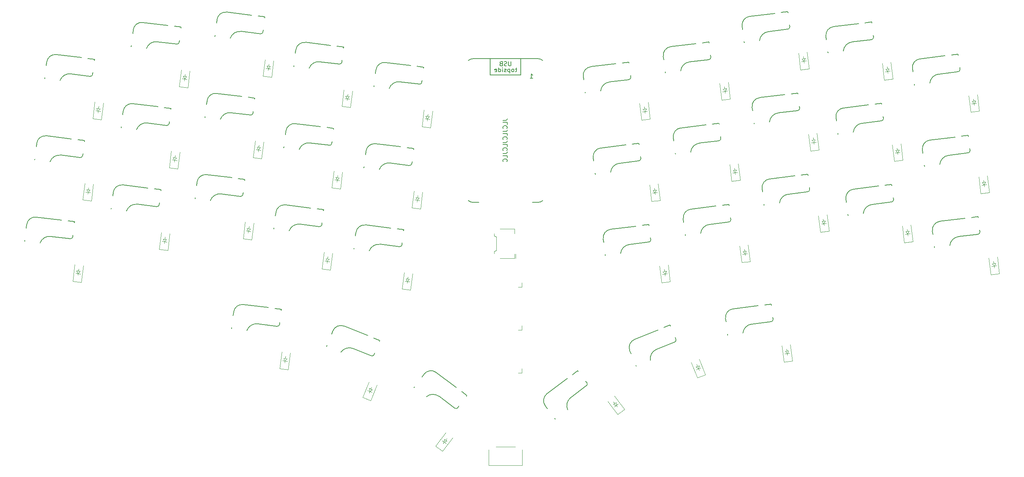
<source format=gbr>
%TF.GenerationSoftware,KiCad,Pcbnew,7.0.10-7.0.10~ubuntu22.04.1*%
%TF.CreationDate,2024-01-12T22:57:13+01:00*%
%TF.ProjectId,fatboy,66617462-6f79-42e6-9b69-6361645f7063,rev?*%
%TF.SameCoordinates,Original*%
%TF.FileFunction,Legend,Bot*%
%TF.FilePolarity,Positive*%
%FSLAX46Y46*%
G04 Gerber Fmt 4.6, Leading zero omitted, Abs format (unit mm)*
G04 Created by KiCad (PCBNEW 7.0.10-7.0.10~ubuntu22.04.1) date 2024-01-12 22:57:13*
%MOMM*%
%LPD*%
G01*
G04 APERTURE LIST*
%ADD10C,0.150000*%
%ADD11C,0.120000*%
G04 APERTURE END LIST*
D10*
X195129819Y-114830951D02*
X195844104Y-114830951D01*
X195844104Y-114830951D02*
X195986961Y-114783332D01*
X195986961Y-114783332D02*
X196082200Y-114688094D01*
X196082200Y-114688094D02*
X196129819Y-114545237D01*
X196129819Y-114545237D02*
X196129819Y-114449999D01*
X196129819Y-115783332D02*
X196129819Y-115307142D01*
X196129819Y-115307142D02*
X195129819Y-115307142D01*
X196034580Y-116688094D02*
X196082200Y-116640475D01*
X196082200Y-116640475D02*
X196129819Y-116497618D01*
X196129819Y-116497618D02*
X196129819Y-116402380D01*
X196129819Y-116402380D02*
X196082200Y-116259523D01*
X196082200Y-116259523D02*
X195986961Y-116164285D01*
X195986961Y-116164285D02*
X195891723Y-116116666D01*
X195891723Y-116116666D02*
X195701247Y-116069047D01*
X195701247Y-116069047D02*
X195558390Y-116069047D01*
X195558390Y-116069047D02*
X195367914Y-116116666D01*
X195367914Y-116116666D02*
X195272676Y-116164285D01*
X195272676Y-116164285D02*
X195177438Y-116259523D01*
X195177438Y-116259523D02*
X195129819Y-116402380D01*
X195129819Y-116402380D02*
X195129819Y-116497618D01*
X195129819Y-116497618D02*
X195177438Y-116640475D01*
X195177438Y-116640475D02*
X195225057Y-116688094D01*
X195129819Y-117402380D02*
X195844104Y-117402380D01*
X195844104Y-117402380D02*
X195986961Y-117354761D01*
X195986961Y-117354761D02*
X196082200Y-117259523D01*
X196082200Y-117259523D02*
X196129819Y-117116666D01*
X196129819Y-117116666D02*
X196129819Y-117021428D01*
X196129819Y-118354761D02*
X196129819Y-117878571D01*
X196129819Y-117878571D02*
X195129819Y-117878571D01*
X196034580Y-119259523D02*
X196082200Y-119211904D01*
X196082200Y-119211904D02*
X196129819Y-119069047D01*
X196129819Y-119069047D02*
X196129819Y-118973809D01*
X196129819Y-118973809D02*
X196082200Y-118830952D01*
X196082200Y-118830952D02*
X195986961Y-118735714D01*
X195986961Y-118735714D02*
X195891723Y-118688095D01*
X195891723Y-118688095D02*
X195701247Y-118640476D01*
X195701247Y-118640476D02*
X195558390Y-118640476D01*
X195558390Y-118640476D02*
X195367914Y-118688095D01*
X195367914Y-118688095D02*
X195272676Y-118735714D01*
X195272676Y-118735714D02*
X195177438Y-118830952D01*
X195177438Y-118830952D02*
X195129819Y-118973809D01*
X195129819Y-118973809D02*
X195129819Y-119069047D01*
X195129819Y-119069047D02*
X195177438Y-119211904D01*
X195177438Y-119211904D02*
X195225057Y-119259523D01*
X195129819Y-119973809D02*
X195844104Y-119973809D01*
X195844104Y-119973809D02*
X195986961Y-119926190D01*
X195986961Y-119926190D02*
X196082200Y-119830952D01*
X196082200Y-119830952D02*
X196129819Y-119688095D01*
X196129819Y-119688095D02*
X196129819Y-119592857D01*
X196129819Y-120926190D02*
X196129819Y-120450000D01*
X196129819Y-120450000D02*
X195129819Y-120450000D01*
X196034580Y-121830952D02*
X196082200Y-121783333D01*
X196082200Y-121783333D02*
X196129819Y-121640476D01*
X196129819Y-121640476D02*
X196129819Y-121545238D01*
X196129819Y-121545238D02*
X196082200Y-121402381D01*
X196082200Y-121402381D02*
X195986961Y-121307143D01*
X195986961Y-121307143D02*
X195891723Y-121259524D01*
X195891723Y-121259524D02*
X195701247Y-121211905D01*
X195701247Y-121211905D02*
X195558390Y-121211905D01*
X195558390Y-121211905D02*
X195367914Y-121259524D01*
X195367914Y-121259524D02*
X195272676Y-121307143D01*
X195272676Y-121307143D02*
X195177438Y-121402381D01*
X195177438Y-121402381D02*
X195129819Y-121545238D01*
X195129819Y-121545238D02*
X195129819Y-121640476D01*
X195129819Y-121640476D02*
X195177438Y-121783333D01*
X195177438Y-121783333D02*
X195225057Y-121830952D01*
X195129819Y-122545238D02*
X195844104Y-122545238D01*
X195844104Y-122545238D02*
X195986961Y-122497619D01*
X195986961Y-122497619D02*
X196082200Y-122402381D01*
X196082200Y-122402381D02*
X196129819Y-122259524D01*
X196129819Y-122259524D02*
X196129819Y-122164286D01*
X196129819Y-123497619D02*
X196129819Y-123021429D01*
X196129819Y-123021429D02*
X195129819Y-123021429D01*
X196034580Y-124402381D02*
X196082200Y-124354762D01*
X196082200Y-124354762D02*
X196129819Y-124211905D01*
X196129819Y-124211905D02*
X196129819Y-124116667D01*
X196129819Y-124116667D02*
X196082200Y-123973810D01*
X196082200Y-123973810D02*
X195986961Y-123878572D01*
X195986961Y-123878572D02*
X195891723Y-123830953D01*
X195891723Y-123830953D02*
X195701247Y-123783334D01*
X195701247Y-123783334D02*
X195558390Y-123783334D01*
X195558390Y-123783334D02*
X195367914Y-123830953D01*
X195367914Y-123830953D02*
X195272676Y-123878572D01*
X195272676Y-123878572D02*
X195177438Y-123973810D01*
X195177438Y-123973810D02*
X195129819Y-124116667D01*
X195129819Y-124116667D02*
X195129819Y-124211905D01*
X195129819Y-124211905D02*
X195177438Y-124354762D01*
X195177438Y-124354762D02*
X195225057Y-124402381D01*
X198375256Y-102865823D02*
X197994304Y-102865823D01*
X198232399Y-102532490D02*
X198232399Y-103389632D01*
X198232399Y-103389632D02*
X198184780Y-103484871D01*
X198184780Y-103484871D02*
X198089542Y-103532490D01*
X198089542Y-103532490D02*
X197994304Y-103532490D01*
X197518113Y-103532490D02*
X197613351Y-103484871D01*
X197613351Y-103484871D02*
X197660970Y-103437251D01*
X197660970Y-103437251D02*
X197708589Y-103342013D01*
X197708589Y-103342013D02*
X197708589Y-103056299D01*
X197708589Y-103056299D02*
X197660970Y-102961061D01*
X197660970Y-102961061D02*
X197613351Y-102913442D01*
X197613351Y-102913442D02*
X197518113Y-102865823D01*
X197518113Y-102865823D02*
X197375256Y-102865823D01*
X197375256Y-102865823D02*
X197280018Y-102913442D01*
X197280018Y-102913442D02*
X197232399Y-102961061D01*
X197232399Y-102961061D02*
X197184780Y-103056299D01*
X197184780Y-103056299D02*
X197184780Y-103342013D01*
X197184780Y-103342013D02*
X197232399Y-103437251D01*
X197232399Y-103437251D02*
X197280018Y-103484871D01*
X197280018Y-103484871D02*
X197375256Y-103532490D01*
X197375256Y-103532490D02*
X197518113Y-103532490D01*
X196756208Y-102865823D02*
X196756208Y-103865823D01*
X196756208Y-102913442D02*
X196660970Y-102865823D01*
X196660970Y-102865823D02*
X196470494Y-102865823D01*
X196470494Y-102865823D02*
X196375256Y-102913442D01*
X196375256Y-102913442D02*
X196327637Y-102961061D01*
X196327637Y-102961061D02*
X196280018Y-103056299D01*
X196280018Y-103056299D02*
X196280018Y-103342013D01*
X196280018Y-103342013D02*
X196327637Y-103437251D01*
X196327637Y-103437251D02*
X196375256Y-103484871D01*
X196375256Y-103484871D02*
X196470494Y-103532490D01*
X196470494Y-103532490D02*
X196660970Y-103532490D01*
X196660970Y-103532490D02*
X196756208Y-103484871D01*
X195899065Y-103484871D02*
X195803827Y-103532490D01*
X195803827Y-103532490D02*
X195613351Y-103532490D01*
X195613351Y-103532490D02*
X195518113Y-103484871D01*
X195518113Y-103484871D02*
X195470494Y-103389632D01*
X195470494Y-103389632D02*
X195470494Y-103342013D01*
X195470494Y-103342013D02*
X195518113Y-103246775D01*
X195518113Y-103246775D02*
X195613351Y-103199156D01*
X195613351Y-103199156D02*
X195756208Y-103199156D01*
X195756208Y-103199156D02*
X195851446Y-103151537D01*
X195851446Y-103151537D02*
X195899065Y-103056299D01*
X195899065Y-103056299D02*
X195899065Y-103008680D01*
X195899065Y-103008680D02*
X195851446Y-102913442D01*
X195851446Y-102913442D02*
X195756208Y-102865823D01*
X195756208Y-102865823D02*
X195613351Y-102865823D01*
X195613351Y-102865823D02*
X195518113Y-102913442D01*
X195041922Y-103532490D02*
X195041922Y-102865823D01*
X195041922Y-102532490D02*
X195089541Y-102580109D01*
X195089541Y-102580109D02*
X195041922Y-102627728D01*
X195041922Y-102627728D02*
X194994303Y-102580109D01*
X194994303Y-102580109D02*
X195041922Y-102532490D01*
X195041922Y-102532490D02*
X195041922Y-102627728D01*
X194137161Y-103532490D02*
X194137161Y-102532490D01*
X194137161Y-103484871D02*
X194232399Y-103532490D01*
X194232399Y-103532490D02*
X194422875Y-103532490D01*
X194422875Y-103532490D02*
X194518113Y-103484871D01*
X194518113Y-103484871D02*
X194565732Y-103437251D01*
X194565732Y-103437251D02*
X194613351Y-103342013D01*
X194613351Y-103342013D02*
X194613351Y-103056299D01*
X194613351Y-103056299D02*
X194565732Y-102961061D01*
X194565732Y-102961061D02*
X194518113Y-102913442D01*
X194518113Y-102913442D02*
X194422875Y-102865823D01*
X194422875Y-102865823D02*
X194232399Y-102865823D01*
X194232399Y-102865823D02*
X194137161Y-102913442D01*
X193280018Y-103484871D02*
X193375256Y-103532490D01*
X193375256Y-103532490D02*
X193565732Y-103532490D01*
X193565732Y-103532490D02*
X193660970Y-103484871D01*
X193660970Y-103484871D02*
X193708589Y-103389632D01*
X193708589Y-103389632D02*
X193708589Y-103008680D01*
X193708589Y-103008680D02*
X193660970Y-102913442D01*
X193660970Y-102913442D02*
X193565732Y-102865823D01*
X193565732Y-102865823D02*
X193375256Y-102865823D01*
X193375256Y-102865823D02*
X193280018Y-102913442D01*
X193280018Y-102913442D02*
X193232399Y-103008680D01*
X193232399Y-103008680D02*
X193232399Y-103103918D01*
X193232399Y-103103918D02*
X193708589Y-103199156D01*
X201490494Y-105049990D02*
X202061922Y-105049990D01*
X201776208Y-105049990D02*
X201776208Y-104049990D01*
X201776208Y-104049990D02*
X201871446Y-104192847D01*
X201871446Y-104192847D02*
X201966684Y-104288085D01*
X201966684Y-104288085D02*
X202061922Y-104335704D01*
X197018113Y-101132490D02*
X197018113Y-101942013D01*
X197018113Y-101942013D02*
X196970494Y-102037251D01*
X196970494Y-102037251D02*
X196922875Y-102084871D01*
X196922875Y-102084871D02*
X196827637Y-102132490D01*
X196827637Y-102132490D02*
X196637161Y-102132490D01*
X196637161Y-102132490D02*
X196541923Y-102084871D01*
X196541923Y-102084871D02*
X196494304Y-102037251D01*
X196494304Y-102037251D02*
X196446685Y-101942013D01*
X196446685Y-101942013D02*
X196446685Y-101132490D01*
X196018113Y-102084871D02*
X195875256Y-102132490D01*
X195875256Y-102132490D02*
X195637161Y-102132490D01*
X195637161Y-102132490D02*
X195541923Y-102084871D01*
X195541923Y-102084871D02*
X195494304Y-102037251D01*
X195494304Y-102037251D02*
X195446685Y-101942013D01*
X195446685Y-101942013D02*
X195446685Y-101846775D01*
X195446685Y-101846775D02*
X195494304Y-101751537D01*
X195494304Y-101751537D02*
X195541923Y-101703918D01*
X195541923Y-101703918D02*
X195637161Y-101656299D01*
X195637161Y-101656299D02*
X195827637Y-101608680D01*
X195827637Y-101608680D02*
X195922875Y-101561061D01*
X195922875Y-101561061D02*
X195970494Y-101513442D01*
X195970494Y-101513442D02*
X196018113Y-101418204D01*
X196018113Y-101418204D02*
X196018113Y-101322966D01*
X196018113Y-101322966D02*
X195970494Y-101227728D01*
X195970494Y-101227728D02*
X195922875Y-101180109D01*
X195922875Y-101180109D02*
X195827637Y-101132490D01*
X195827637Y-101132490D02*
X195589542Y-101132490D01*
X195589542Y-101132490D02*
X195446685Y-101180109D01*
X194684780Y-101608680D02*
X194541923Y-101656299D01*
X194541923Y-101656299D02*
X194494304Y-101703918D01*
X194494304Y-101703918D02*
X194446685Y-101799156D01*
X194446685Y-101799156D02*
X194446685Y-101942013D01*
X194446685Y-101942013D02*
X194494304Y-102037251D01*
X194494304Y-102037251D02*
X194541923Y-102084871D01*
X194541923Y-102084871D02*
X194637161Y-102132490D01*
X194637161Y-102132490D02*
X195018113Y-102132490D01*
X195018113Y-102132490D02*
X195018113Y-101132490D01*
X195018113Y-101132490D02*
X194684780Y-101132490D01*
X194684780Y-101132490D02*
X194589542Y-101180109D01*
X194589542Y-101180109D02*
X194541923Y-101227728D01*
X194541923Y-101227728D02*
X194494304Y-101322966D01*
X194494304Y-101322966D02*
X194494304Y-101418204D01*
X194494304Y-101418204D02*
X194541923Y-101513442D01*
X194541923Y-101513442D02*
X194589542Y-101561061D01*
X194589542Y-101561061D02*
X194684780Y-101608680D01*
X194684780Y-101608680D02*
X195018113Y-101608680D01*
%TO.C,MX18*%
X264082790Y-111512114D02*
X264140069Y-111978611D01*
X263707432Y-108455072D02*
X263735462Y-108683358D01*
X263704730Y-112535819D02*
X259173932Y-113092131D01*
X262168986Y-108643970D02*
X263707432Y-108455072D01*
X254824144Y-109545803D02*
X260680167Y-108826774D01*
X253527614Y-115397427D02*
X253556863Y-115635638D01*
X253180286Y-112568671D02*
X253082791Y-111774634D01*
X263704730Y-112535819D02*
G75*
G03*
X264140068Y-111978611I-60936J496274D01*
G01*
X259173932Y-113092132D02*
G75*
G03*
X257120952Y-115198023I285452J-2331925D01*
G01*
X254824144Y-109545803D02*
G75*
G03*
X253082791Y-111774634I243744J-1985096D01*
G01*
%TO.C,MX8*%
X261761327Y-92605300D02*
X261818606Y-93071797D01*
X261385969Y-89548258D02*
X261413999Y-89776544D01*
X261383267Y-93629005D02*
X256852469Y-94185317D01*
X259847523Y-89737156D02*
X261385969Y-89548258D01*
X252502681Y-90638989D02*
X258358704Y-89919960D01*
X251206151Y-96490613D02*
X251235400Y-96728824D01*
X250858823Y-93661857D02*
X250761328Y-92867820D01*
X261383267Y-93629005D02*
G75*
G03*
X261818605Y-93071797I-60936J496274D01*
G01*
X256852469Y-94185318D02*
G75*
G03*
X254799489Y-96291209I285452J-2331925D01*
G01*
X252502681Y-90638989D02*
G75*
G03*
X250761328Y-92867820I243744J-1985096D01*
G01*
%TO.C,MX5*%
X176353524Y-105505867D02*
X176296245Y-105972364D01*
X176728881Y-102448825D02*
X176700851Y-102677111D01*
X175739037Y-106407702D02*
X171208239Y-105851390D01*
X175190435Y-102259928D02*
X176728881Y-102448825D01*
X167845593Y-101358094D02*
X173701615Y-102077124D01*
X165171939Y-106722241D02*
X165142690Y-106960453D01*
X165519267Y-103893485D02*
X165616762Y-103099448D01*
X175739037Y-106407702D02*
G75*
G03*
X176296245Y-105972364I60934J496274D01*
G01*
X171208239Y-105851391D02*
G75*
G03*
X168706780Y-107398068I-287171J-2331714D01*
G01*
X167845593Y-101358094D02*
G75*
G03*
X165616762Y-103099448I-243735J-1985097D01*
G01*
%TO.C,MX24*%
X153093219Y-138640731D02*
X153035940Y-139107228D01*
X153468576Y-135583689D02*
X153440546Y-135811975D01*
X152478732Y-139542566D02*
X147947934Y-138986254D01*
X151930130Y-135394792D02*
X153468576Y-135583689D01*
X144585288Y-134492958D02*
X150441310Y-135211988D01*
X141911634Y-139857105D02*
X141882385Y-140095317D01*
X142258962Y-137028349D02*
X142356457Y-136234312D01*
X152478732Y-139542566D02*
G75*
G03*
X153035940Y-139107228I60934J496274D01*
G01*
X147947934Y-138986255D02*
G75*
G03*
X145446475Y-140532932I-287171J-2331714D01*
G01*
X144585288Y-134492958D02*
G75*
G03*
X142356457Y-136234312I-243735J-1985097D01*
G01*
D11*
%TO.C,D9*%
X283817824Y-105445421D02*
X283342533Y-101574491D01*
X285802916Y-105201682D02*
X283817824Y-105445421D01*
X285802916Y-105201682D02*
X285327626Y-101330753D01*
X284627566Y-103834733D02*
X284578818Y-103437714D01*
X284578818Y-103437714D02*
X284902715Y-102793439D01*
X285124719Y-103370686D02*
X284032918Y-103504742D01*
X284108678Y-102890934D02*
X284578818Y-103437714D01*
X284902715Y-102793439D02*
X284108678Y-102890934D01*
X284444762Y-102345913D02*
X284505697Y-102842186D01*
%TO.C,LED3*%
X199556209Y-173592461D02*
X198656209Y-173592461D01*
X199556209Y-172592461D02*
X199556209Y-173592461D01*
%TO.C,D15*%
X173999145Y-135171283D02*
X174474435Y-131300354D01*
X175984237Y-135415022D02*
X173999145Y-135171283D01*
X175984237Y-135415022D02*
X176459528Y-131544092D01*
X175174495Y-133804334D02*
X175223243Y-133407315D01*
X175223243Y-133407315D02*
X175693383Y-132860535D01*
X175769143Y-133474343D02*
X174677342Y-133340287D01*
X174899346Y-132763040D02*
X175223243Y-133407315D01*
X175693383Y-132860535D02*
X174899346Y-132763040D01*
X175357299Y-132315514D02*
X175296364Y-132811787D01*
D10*
%TO.C,MX21*%
X95169320Y-141477729D02*
X95112041Y-141944226D01*
X95544677Y-138420687D02*
X95516647Y-138648973D01*
X94554833Y-142379564D02*
X90024035Y-141823252D01*
X94006231Y-138231790D02*
X95544677Y-138420687D01*
X86661389Y-137329956D02*
X92517411Y-138048986D01*
X83987735Y-142694103D02*
X83958486Y-142932315D01*
X84335063Y-139865347D02*
X84432558Y-139071310D01*
X94554833Y-142379564D02*
G75*
G03*
X95112041Y-141944226I60934J496274D01*
G01*
X90024035Y-141823253D02*
G75*
G03*
X87522576Y-143369930I-287171J-2331714D01*
G01*
X86661389Y-137329956D02*
G75*
G03*
X84432558Y-139071310I-243735J-1985097D01*
G01*
D11*
%TO.C,D12*%
X117568147Y-125849594D02*
X118043437Y-121978665D01*
X119553239Y-126093333D02*
X117568147Y-125849594D01*
X119553239Y-126093333D02*
X120028530Y-122222403D01*
X118743497Y-124482645D02*
X118792245Y-124085626D01*
X118792245Y-124085626D02*
X119262385Y-123538846D01*
X119338145Y-124152654D02*
X118246344Y-124018598D01*
X118468348Y-123441351D02*
X118792245Y-124085626D01*
X119262385Y-123538846D02*
X118468348Y-123441351D01*
X118926301Y-122993825D02*
X118865366Y-123490098D01*
D10*
%TO.C,MX27*%
X248076323Y-137454985D02*
X248133602Y-137921482D01*
X247700965Y-134397943D02*
X247728995Y-134626229D01*
X247698263Y-138478690D02*
X243167465Y-139035002D01*
X246162519Y-134586841D02*
X247700965Y-134397943D01*
X238817677Y-135488674D02*
X244673700Y-134769645D01*
X237521147Y-141340298D02*
X237550396Y-141578509D01*
X237173819Y-138511542D02*
X237076324Y-137717505D01*
X247698263Y-138478690D02*
G75*
G03*
X248133601Y-137921482I-60936J496274D01*
G01*
X243167465Y-139035003D02*
G75*
G03*
X241114485Y-141140894I285452J-2331925D01*
G01*
X238817677Y-135488674D02*
G75*
G03*
X237076324Y-137717505I243744J-1985096D01*
G01*
D11*
%TO.C,D19*%
X286139289Y-124352233D02*
X285663998Y-120481303D01*
X288124381Y-124108494D02*
X286139289Y-124352233D01*
X288124381Y-124108494D02*
X287649091Y-120237565D01*
X286949031Y-122741545D02*
X286900283Y-122344526D01*
X286900283Y-122344526D02*
X287224180Y-121700251D01*
X287446184Y-122277498D02*
X286354383Y-122411554D01*
X286430143Y-121797746D02*
X286900283Y-122344526D01*
X287224180Y-121700251D02*
X286430143Y-121797746D01*
X286766227Y-121252725D02*
X286827162Y-121748998D01*
%TO.C,D21*%
X95136406Y-152236332D02*
X95611696Y-148365403D01*
X97121498Y-152480071D02*
X95136406Y-152236332D01*
X97121498Y-152480071D02*
X97596789Y-148609141D01*
X96311756Y-150869383D02*
X96360504Y-150472364D01*
X96360504Y-150472364D02*
X96830644Y-149925584D01*
X96906404Y-150539392D02*
X95814603Y-150405336D01*
X96036607Y-149828089D02*
X96360504Y-150472364D01*
X96830644Y-149925584D02*
X96036607Y-149828089D01*
X96494560Y-149380563D02*
X96433625Y-149876836D01*
%TO.C,D32*%
X162544859Y-179295197D02*
X164005825Y-175679180D01*
X164399227Y-180044410D02*
X162544859Y-179295197D01*
X164399227Y-180044410D02*
X165860193Y-176428393D01*
X164033953Y-178279028D02*
X164183796Y-177908154D01*
X164183796Y-177908154D02*
X164779433Y-177501687D01*
X164693747Y-178114188D02*
X163673845Y-177702121D01*
X164037686Y-177202001D02*
X164183796Y-177908154D01*
X164779433Y-177501687D02*
X164037686Y-177202001D01*
X164595863Y-176888252D02*
X164408560Y-177351844D01*
D10*
%TO.C,MX34*%
X214382253Y-175520636D02*
X214665106Y-175895994D01*
X212528662Y-173060838D02*
X212667080Y-173244525D01*
X214566695Y-176596220D02*
X210921065Y-179343399D01*
X211290777Y-173993652D02*
X212528662Y-173060838D01*
X205380875Y-178447083D02*
X210092824Y-174896374D01*
X207183858Y-184163004D02*
X207328294Y-184354676D01*
X205468686Y-181886892D02*
X204987234Y-181247984D01*
X214566695Y-176596220D02*
G75*
G03*
X214665106Y-175895994I-300908J399318D01*
G01*
X210921066Y-179343401D02*
G75*
G03*
X210196078Y-182193646I1413171J-1876780D01*
G01*
X205380875Y-178447084D02*
G75*
G03*
X204987234Y-181247984I1203635J-1597271D01*
G01*
%TO.C,MX15*%
X174032061Y-124412680D02*
X173974782Y-124879177D01*
X174407418Y-121355638D02*
X174379388Y-121583924D01*
X173417574Y-125314515D02*
X168886776Y-124758203D01*
X172868972Y-121166741D02*
X174407418Y-121355638D01*
X165524130Y-120264907D02*
X171380152Y-120983937D01*
X162850476Y-125629054D02*
X162821227Y-125867266D01*
X163197804Y-122800298D02*
X163295299Y-122006261D01*
X173417574Y-125314515D02*
G75*
G03*
X173974782Y-124879177I60934J496274D01*
G01*
X168886776Y-124758204D02*
G75*
G03*
X166385317Y-126304881I-287171J-2331714D01*
G01*
X165524130Y-120264907D02*
G75*
G03*
X163295299Y-122006261I-243735J-1985097D01*
G01*
D11*
%TO.C,D14*%
X155381770Y-130492522D02*
X155857060Y-126621593D01*
X157366862Y-130736261D02*
X155381770Y-130492522D01*
X157366862Y-130736261D02*
X157842153Y-126865331D01*
X156557120Y-129125573D02*
X156605868Y-128728554D01*
X156605868Y-128728554D02*
X157076008Y-128181774D01*
X157151768Y-128795582D02*
X156059967Y-128661526D01*
X156281971Y-128084279D02*
X156605868Y-128728554D01*
X157076008Y-128181774D02*
X156281971Y-128084279D01*
X156739924Y-127636753D02*
X156678989Y-128133026D01*
D10*
%TO.C,MX12*%
X117601059Y-115090990D02*
X117543780Y-115557487D01*
X117976416Y-112033948D02*
X117948386Y-112262234D01*
X116986572Y-115992825D02*
X112455774Y-115436513D01*
X116437970Y-111845051D02*
X117976416Y-112033948D01*
X109093128Y-110943217D02*
X114949150Y-111662247D01*
X106419474Y-116307364D02*
X106390225Y-116545576D01*
X106766802Y-113478608D02*
X106864297Y-112684571D01*
X116986572Y-115992825D02*
G75*
G03*
X117543780Y-115557487I60934J496274D01*
G01*
X112455774Y-115436514D02*
G75*
G03*
X109954315Y-116983191I-287171J-2331714D01*
G01*
X109093128Y-110943217D02*
G75*
G03*
X106864297Y-112684571I-243735J-1985097D01*
G01*
%TO.C,MX17*%
X245754857Y-118548171D02*
X245812136Y-119014668D01*
X245379499Y-115491129D02*
X245407529Y-115719415D01*
X245376797Y-119571876D02*
X240845999Y-120128188D01*
X243841053Y-115680027D02*
X245379499Y-115491129D01*
X236496211Y-116581860D02*
X242352234Y-115862831D01*
X235199681Y-122433484D02*
X235228930Y-122671695D01*
X234852353Y-119604728D02*
X234754858Y-118810691D01*
X245376797Y-119571876D02*
G75*
G03*
X245812135Y-119014668I-60936J496274D01*
G01*
X240845999Y-120128189D02*
G75*
G03*
X238793019Y-122234080I285452J-2331925D01*
G01*
X236496211Y-116581860D02*
G75*
G03*
X234754858Y-118810691I243744J-1985096D01*
G01*
D11*
%TO.C,D33*%
X179512643Y-190627008D02*
X181859721Y-187512329D01*
X181109914Y-191830638D02*
X179512643Y-190627008D01*
X181109914Y-191830638D02*
X183456992Y-188715959D01*
X181214001Y-190030870D02*
X181454727Y-189711415D01*
X181454727Y-189711415D02*
X182135270Y-189472960D01*
X181893976Y-190042414D02*
X181015477Y-189380417D01*
X181496362Y-188991508D02*
X181454727Y-189711415D01*
X182135270Y-189472960D02*
X181496362Y-188991508D01*
X182116723Y-188832916D02*
X181815816Y-189232234D01*
D10*
%TO.C,MX25*%
X171710593Y-143319493D02*
X171653314Y-143785990D01*
X172085950Y-140262451D02*
X172057920Y-140490737D01*
X171096106Y-144221328D02*
X166565308Y-143665016D01*
X170547504Y-140073554D02*
X172085950Y-140262451D01*
X163202662Y-139171720D02*
X169058684Y-139890750D01*
X160529008Y-144535867D02*
X160499759Y-144774079D01*
X160876336Y-141707111D02*
X160973831Y-140913074D01*
X171096106Y-144221328D02*
G75*
G03*
X171653314Y-143785990I60934J496274D01*
G01*
X166565308Y-143665017D02*
G75*
G03*
X164063849Y-145211694I-287171J-2331714D01*
G01*
X163202662Y-139171720D02*
G75*
G03*
X160973831Y-140913074I-243735J-1985097D01*
G01*
D11*
%TO.C,J1*%
X194501161Y-146929264D02*
X197881161Y-146929264D01*
X197881161Y-146929264D02*
X197881161Y-145879264D01*
X198081161Y-145879264D02*
X198081161Y-146929264D01*
X193111161Y-145859264D02*
X193111161Y-145359264D01*
X193111161Y-145359264D02*
X193611161Y-145059264D01*
X193611161Y-145059264D02*
X193611161Y-141979264D01*
X193611161Y-141979264D02*
X193111161Y-141679264D01*
X193111161Y-141679264D02*
X193111161Y-141179264D01*
X194501161Y-140109264D02*
X197881161Y-140109264D01*
X197881161Y-140109264D02*
X197881161Y-141159264D01*
D10*
%TO.C,MX9*%
X281247019Y-94998430D02*
X281304298Y-95464927D01*
X280871661Y-91941388D02*
X280899691Y-92169674D01*
X280868959Y-96022135D02*
X276338161Y-96578447D01*
X279333215Y-92130286D02*
X280871661Y-91941388D01*
X271988373Y-93032119D02*
X277844396Y-92313090D01*
X270691843Y-98883743D02*
X270721092Y-99121954D01*
X270344515Y-96054987D02*
X270247020Y-95260950D01*
X280868959Y-96022135D02*
G75*
G03*
X281304297Y-95464927I-60936J496274D01*
G01*
X276338161Y-96578448D02*
G75*
G03*
X274285181Y-98684339I285452J-2331925D01*
G01*
X271988373Y-93032119D02*
G75*
G03*
X270247020Y-95260950I243744J-1985096D01*
G01*
%TO.C,MX30*%
X306000221Y-140291984D02*
X306057500Y-140758481D01*
X305624863Y-137234942D02*
X305652893Y-137463228D01*
X305622161Y-141315689D02*
X301091363Y-141872001D01*
X304086417Y-137423840D02*
X305624863Y-137234942D01*
X296741575Y-138325673D02*
X302597598Y-137606644D01*
X295445045Y-144177297D02*
X295474294Y-144415508D01*
X295097717Y-141348541D02*
X295000222Y-140554504D01*
X305622161Y-141315689D02*
G75*
G03*
X306057499Y-140758481I-60936J496274D01*
G01*
X301091363Y-141872002D02*
G75*
G03*
X299038383Y-143977893I285452J-2331925D01*
G01*
X296741575Y-138325673D02*
G75*
G03*
X295000222Y-140554504I243744J-1985096D01*
G01*
%TO.C,MX14*%
X155414684Y-119733917D02*
X155357405Y-120200414D01*
X155790041Y-116676875D02*
X155762011Y-116905161D01*
X154800197Y-120635752D02*
X150269399Y-120079440D01*
X154251595Y-116487978D02*
X155790041Y-116676875D01*
X146906753Y-115586144D02*
X152762775Y-116305174D01*
X144233099Y-120950291D02*
X144203850Y-121188503D01*
X144580427Y-118121535D02*
X144677922Y-117327498D01*
X154800197Y-120635752D02*
G75*
G03*
X155357405Y-120200414I60934J496274D01*
G01*
X150269399Y-120079441D02*
G75*
G03*
X147767940Y-121626118I-287171J-2331714D01*
G01*
X146906753Y-115586144D02*
G75*
G03*
X144677922Y-117327498I-243735J-1985097D01*
G01*
%TO.C,MX29*%
X285889950Y-132812058D02*
X285947229Y-133278555D01*
X285514592Y-129755016D02*
X285542622Y-129983302D01*
X285511890Y-133835763D02*
X280981092Y-134392075D01*
X283976146Y-129943914D02*
X285514592Y-129755016D01*
X276631304Y-130845747D02*
X282487327Y-130126718D01*
X275334774Y-136697371D02*
X275364023Y-136935582D01*
X274987446Y-133868615D02*
X274889951Y-133074578D01*
X285511890Y-133835763D02*
G75*
G03*
X285947228Y-133278555I-60936J496274D01*
G01*
X280981092Y-134392076D02*
G75*
G03*
X278928112Y-136497967I285452J-2331925D01*
G01*
X276631304Y-130845747D02*
G75*
G03*
X274889951Y-133074578I243744J-1985096D01*
G01*
%TO.C,MX20*%
X303678757Y-121385170D02*
X303736036Y-121851667D01*
X303303399Y-118328128D02*
X303331429Y-118556414D01*
X303300697Y-122408875D02*
X298769899Y-122965187D01*
X301764953Y-118517026D02*
X303303399Y-118328128D01*
X294420111Y-119418859D02*
X300276134Y-118699830D01*
X293123581Y-125270483D02*
X293152830Y-125508694D01*
X292776253Y-122441727D02*
X292678758Y-121647690D01*
X303300697Y-122408875D02*
G75*
G03*
X303736035Y-121851667I-60936J496274D01*
G01*
X298769899Y-122965188D02*
G75*
G03*
X296716919Y-125071079I285452J-2331925D01*
G01*
X294420111Y-119418859D02*
G75*
G03*
X292678758Y-121647690I243744J-1985096D01*
G01*
%TO.C,MX11*%
X97490787Y-122570916D02*
X97433508Y-123037413D01*
X97866144Y-119513874D02*
X97838114Y-119742160D01*
X96876300Y-123472751D02*
X92345502Y-122916439D01*
X96327698Y-119324977D02*
X97866144Y-119513874D01*
X88982856Y-118423143D02*
X94838878Y-119142173D01*
X86309202Y-123787290D02*
X86279953Y-124025502D01*
X86656530Y-120958534D02*
X86754025Y-120164497D01*
X96876300Y-123472751D02*
G75*
G03*
X97433508Y-123037413I60934J496274D01*
G01*
X92345502Y-122916440D02*
G75*
G03*
X89844043Y-124463117I-287171J-2331714D01*
G01*
X88982856Y-118423143D02*
G75*
G03*
X86754025Y-120164497I-243735J-1985097D01*
G01*
D11*
%TO.C,D36*%
X260472483Y-171096145D02*
X259997192Y-167225215D01*
X262457575Y-170852406D02*
X260472483Y-171096145D01*
X262457575Y-170852406D02*
X261982285Y-166981477D01*
X261282225Y-169485457D02*
X261233477Y-169088438D01*
X261233477Y-169088438D02*
X261557374Y-168444163D01*
X261779378Y-169021410D02*
X260687577Y-169155466D01*
X260763337Y-168541658D02*
X261233477Y-169088438D01*
X261557374Y-168444163D02*
X260763337Y-168541658D01*
X261099421Y-167996637D02*
X261160356Y-168492910D01*
%TO.C,D13*%
X137053839Y-123456462D02*
X137529129Y-119585533D01*
X139038931Y-123700201D02*
X137053839Y-123456462D01*
X139038931Y-123700201D02*
X139514222Y-119829271D01*
X138229189Y-122089513D02*
X138277937Y-121692494D01*
X138277937Y-121692494D02*
X138748077Y-121145714D01*
X138823837Y-121759522D02*
X137732036Y-121625466D01*
X137954040Y-121048219D02*
X138277937Y-121692494D01*
X138748077Y-121145714D02*
X137954040Y-121048219D01*
X138411993Y-120600693D02*
X138351058Y-121096966D01*
%TO.C,D29*%
X288460756Y-143259046D02*
X287985465Y-139388116D01*
X290445848Y-143015307D02*
X288460756Y-143259046D01*
X290445848Y-143015307D02*
X289970558Y-139144378D01*
X289270498Y-141648358D02*
X289221750Y-141251339D01*
X289221750Y-141251339D02*
X289545647Y-140607064D01*
X289767651Y-141184311D02*
X288675850Y-141318367D01*
X288751610Y-140704559D02*
X289221750Y-141251339D01*
X289545647Y-140607064D02*
X288751610Y-140704559D01*
X289087694Y-140159538D02*
X289148629Y-140655811D01*
D10*
%TO.C,MX19*%
X283568485Y-113905243D02*
X283625764Y-114371740D01*
X283193127Y-110848201D02*
X283221157Y-111076487D01*
X283190425Y-114928948D02*
X278659627Y-115485260D01*
X281654681Y-111037099D02*
X283193127Y-110848201D01*
X274309839Y-111938932D02*
X280165862Y-111219903D01*
X273013309Y-117790556D02*
X273042558Y-118028767D01*
X272665981Y-114961800D02*
X272568486Y-114167763D01*
X283190425Y-114928948D02*
G75*
G03*
X283625763Y-114371740I-60936J496274D01*
G01*
X278659627Y-115485261D02*
G75*
G03*
X276606647Y-117591152I285452J-2331925D01*
G01*
X274309839Y-111938932D02*
G75*
G03*
X272568486Y-114167763I243744J-1985096D01*
G01*
D11*
%TO.C,D31*%
X143234950Y-172593501D02*
X143710240Y-168722572D01*
X145220042Y-172837240D02*
X143234950Y-172593501D01*
X145220042Y-172837240D02*
X145695333Y-168966310D01*
X144410300Y-171226552D02*
X144459048Y-170829533D01*
X144459048Y-170829533D02*
X144929188Y-170282753D01*
X145004948Y-170896561D02*
X143913147Y-170762505D01*
X144135151Y-170185258D02*
X144459048Y-170829533D01*
X144929188Y-170282753D02*
X144135151Y-170185258D01*
X144593104Y-169737732D02*
X144532169Y-170234005D01*
D10*
%TO.C,MX2*%
X119922526Y-96184176D02*
X119865247Y-96650673D01*
X120297883Y-93127134D02*
X120269853Y-93355420D01*
X119308039Y-97086011D02*
X114777241Y-96529699D01*
X118759437Y-92938237D02*
X120297883Y-93127134D01*
X111414595Y-92036403D02*
X117270617Y-92755433D01*
X108740941Y-97400550D02*
X108711692Y-97638762D01*
X109088269Y-94571794D02*
X109185764Y-93777757D01*
X119308039Y-97086011D02*
G75*
G03*
X119865247Y-96650673I60934J496274D01*
G01*
X114777241Y-96529700D02*
G75*
G03*
X112275782Y-98076377I-287171J-2331714D01*
G01*
X111414595Y-92036403D02*
G75*
G03*
X109185764Y-93777757I-243735J-1985097D01*
G01*
D11*
%TO.C,D20*%
X306249563Y-131832160D02*
X305774272Y-127961230D01*
X308234655Y-131588421D02*
X306249563Y-131832160D01*
X308234655Y-131588421D02*
X307759365Y-127717492D01*
X307059305Y-130221472D02*
X307010557Y-129824453D01*
X307010557Y-129824453D02*
X307334454Y-129180178D01*
X307556458Y-129757425D02*
X306464657Y-129891481D01*
X306540417Y-129277673D02*
X307010557Y-129824453D01*
X307334454Y-129180178D02*
X306540417Y-129277673D01*
X306876501Y-128732652D02*
X306937436Y-129228925D01*
D10*
%TO.C,MX31*%
X143267865Y-161834900D02*
X143210586Y-162301397D01*
X143643222Y-158777858D02*
X143615192Y-159006144D01*
X142653378Y-162736735D02*
X138122580Y-162180423D01*
X142104776Y-158588961D02*
X143643222Y-158777858D01*
X134759934Y-157687127D02*
X140615956Y-158406157D01*
X132086280Y-163051274D02*
X132057031Y-163289486D01*
X132433608Y-160222518D02*
X132531103Y-159428481D01*
X142653378Y-162736735D02*
G75*
G03*
X143210586Y-162301397I60934J496274D01*
G01*
X138122580Y-162180424D02*
G75*
G03*
X135621121Y-163727101I-287171J-2331714D01*
G01*
X134759934Y-157687127D02*
G75*
G03*
X132531103Y-159428481I-243735J-1985097D01*
G01*
D11*
%TO.C,D10*%
X303928097Y-112925347D02*
X303452806Y-109054417D01*
X305913189Y-112681608D02*
X303928097Y-112925347D01*
X305913189Y-112681608D02*
X305437899Y-108810679D01*
X304737839Y-111314659D02*
X304689091Y-110917640D01*
X304689091Y-110917640D02*
X305012988Y-110273365D01*
X305234992Y-110850612D02*
X304143191Y-110984668D01*
X304218951Y-110370860D02*
X304689091Y-110917640D01*
X305012988Y-110273365D02*
X304218951Y-110370860D01*
X304555035Y-109825839D02*
X304615970Y-110322112D01*
%TO.C,D18*%
X266653598Y-121959100D02*
X266178307Y-118088170D01*
X268638690Y-121715361D02*
X266653598Y-121959100D01*
X268638690Y-121715361D02*
X268163400Y-117844432D01*
X267463340Y-120348412D02*
X267414592Y-119951393D01*
X267414592Y-119951393D02*
X267738489Y-119307118D01*
X267960493Y-119884365D02*
X266868692Y-120018421D01*
X266944452Y-119404613D02*
X267414592Y-119951393D01*
X267738489Y-119307118D02*
X266944452Y-119404613D01*
X267280536Y-118859592D02*
X267341471Y-119355865D01*
D10*
%TO.C,MX32*%
X165361184Y-168911705D02*
X165185119Y-169347482D01*
X166514972Y-166055979D02*
X166428813Y-166269231D01*
X164534224Y-169623770D02*
X160301792Y-167913757D01*
X165077837Y-165475339D02*
X166514972Y-166055979D01*
X158216677Y-162703250D02*
X163687061Y-164913429D01*
X154245782Y-167192626D02*
X154155876Y-167415150D01*
X155313411Y-164550152D02*
X155613096Y-163808405D01*
X164534224Y-169623770D02*
G75*
G03*
X165185118Y-169347482I187302J463593D01*
G01*
X160301791Y-167913759D02*
G75*
G03*
X157485259Y-168760308I-880877J-2177937D01*
G01*
X158216677Y-162703251D02*
G75*
G03*
X155613097Y-163808405I-749211J-1854372D01*
G01*
%TO.C,MX35*%
X235192522Y-165317058D02*
X235368587Y-165752835D01*
X234038733Y-162461332D02*
X234124893Y-162674584D01*
X235092298Y-166403730D02*
X230859867Y-168113743D01*
X232601598Y-163041972D02*
X234038733Y-162461332D01*
X225740438Y-165814061D02*
X231210823Y-163603882D01*
X226002597Y-171801863D02*
X226092503Y-172024387D01*
X224934969Y-169159389D02*
X224635283Y-168417642D01*
X235092298Y-166403729D02*
G75*
G03*
X235368587Y-165752835I-187304J463592D01*
G01*
X230859867Y-168113744D02*
G75*
G03*
X229421885Y-170679229I879272J-2178586D01*
G01*
X225740438Y-165814061D02*
G75*
G03*
X224635283Y-168417642I749218J-1854370D01*
G01*
D11*
%TO.C,D34*%
X221832130Y-183282588D02*
X219485052Y-180167909D01*
X223429401Y-182078958D02*
X221832130Y-183282588D01*
X223429401Y-182078958D02*
X221082323Y-178964279D01*
X221728043Y-181482820D02*
X221487317Y-181163365D01*
X221487317Y-181163365D02*
X221445682Y-180443458D01*
X221926567Y-180832367D02*
X221048068Y-181494364D01*
X220806774Y-180924910D02*
X221487317Y-181163365D01*
X221445682Y-180443458D02*
X220806774Y-180924910D01*
X220825321Y-180284866D02*
X221126228Y-180684184D01*
D10*
%TO.C,MX26*%
X229458948Y-142133748D02*
X229516227Y-142600245D01*
X229083590Y-139076706D02*
X229111620Y-139304992D01*
X229080888Y-143157453D02*
X224550090Y-143713765D01*
X227545144Y-139265604D02*
X229083590Y-139076706D01*
X220200302Y-140167437D02*
X226056325Y-139448408D01*
X218903772Y-146019061D02*
X218933021Y-146257272D01*
X218556444Y-143190305D02*
X218458949Y-142396268D01*
X229080888Y-143157453D02*
G75*
G03*
X229516226Y-142600245I-60936J496274D01*
G01*
X224550090Y-143713766D02*
G75*
G03*
X222497110Y-145819657I285452J-2331925D01*
G01*
X220200302Y-140167437D02*
G75*
G03*
X218458949Y-142396268I243744J-1985096D01*
G01*
D11*
%TO.C,D1*%
X99779338Y-114422708D02*
X100254628Y-110551779D01*
X101764430Y-114666447D02*
X99779338Y-114422708D01*
X101764430Y-114666447D02*
X102239721Y-110795517D01*
X100954688Y-113055759D02*
X101003436Y-112658740D01*
X101003436Y-112658740D02*
X101473576Y-112111960D01*
X101549336Y-112725768D02*
X100457535Y-112591712D01*
X100679539Y-112014465D02*
X101003436Y-112658740D01*
X101473576Y-112111960D02*
X100679539Y-112014465D01*
X101137492Y-111566939D02*
X101076557Y-112063212D01*
%TO.C,D17*%
X248325662Y-128995159D02*
X247850371Y-125124229D01*
X250310754Y-128751420D02*
X248325662Y-128995159D01*
X250310754Y-128751420D02*
X249835464Y-124880491D01*
X249135404Y-127384471D02*
X249086656Y-126987452D01*
X249086656Y-126987452D02*
X249410553Y-126343177D01*
X249632557Y-126920424D02*
X248540756Y-127054480D01*
X248616516Y-126440672D02*
X249086656Y-126987452D01*
X249410553Y-126343177D02*
X248616516Y-126440672D01*
X248952600Y-125895651D02*
X249013535Y-126391924D01*
D10*
%TO.C,MX16*%
X227137482Y-123226935D02*
X227194761Y-123693432D01*
X226762124Y-120169893D02*
X226790154Y-120398179D01*
X226759422Y-124250640D02*
X222228624Y-124806952D01*
X225223678Y-120358791D02*
X226762124Y-120169893D01*
X217878836Y-121260624D02*
X223734859Y-120541595D01*
X216582306Y-127112248D02*
X216611555Y-127350459D01*
X216234978Y-124283492D02*
X216137483Y-123489455D01*
X226759422Y-124250640D02*
G75*
G03*
X227194760Y-123693432I-60936J496274D01*
G01*
X222228624Y-124806953D02*
G75*
G03*
X220175644Y-126912844I285452J-2331925D01*
G01*
X217878836Y-121260624D02*
G75*
G03*
X216137483Y-123489455I243744J-1985096D01*
G01*
D11*
%TO.C,D23*%
X134732373Y-142363273D02*
X135207663Y-138492344D01*
X136717465Y-142607012D02*
X134732373Y-142363273D01*
X136717465Y-142607012D02*
X137192756Y-138736082D01*
X135907723Y-140996324D02*
X135956471Y-140599305D01*
X135956471Y-140599305D02*
X136426611Y-140052525D01*
X136502371Y-140666333D02*
X135410570Y-140532277D01*
X135632574Y-139955030D02*
X135956471Y-140599305D01*
X136426611Y-140052525D02*
X135632574Y-139955030D01*
X136090527Y-139507504D02*
X136029592Y-140003777D01*
D10*
%TO.C,MX3*%
X139408216Y-93791046D02*
X139350937Y-94257543D01*
X139783573Y-90734004D02*
X139755543Y-90962290D01*
X138793729Y-94692881D02*
X134262931Y-94136569D01*
X138245127Y-90545107D02*
X139783573Y-90734004D01*
X130900285Y-89643273D02*
X136756307Y-90362303D01*
X128226631Y-95007420D02*
X128197382Y-95245632D01*
X128573959Y-92178664D02*
X128671454Y-91384627D01*
X138793729Y-94692881D02*
G75*
G03*
X139350937Y-94257543I60934J496274D01*
G01*
X134262931Y-94136570D02*
G75*
G03*
X131761472Y-95683247I-287171J-2331714D01*
G01*
X130900285Y-89643273D02*
G75*
G03*
X128671454Y-91384627I-243735J-1985097D01*
G01*
D11*
%TO.C,D24*%
X153060305Y-149399335D02*
X153535595Y-145528406D01*
X155045397Y-149643074D02*
X153060305Y-149399335D01*
X155045397Y-149643074D02*
X155520688Y-145772144D01*
X154235655Y-148032386D02*
X154284403Y-147635367D01*
X154284403Y-147635367D02*
X154754543Y-147088587D01*
X154830303Y-147702395D02*
X153738502Y-147568339D01*
X153960506Y-146991092D02*
X154284403Y-147635367D01*
X154754543Y-147088587D02*
X153960506Y-146991092D01*
X154418459Y-146543566D02*
X154357524Y-147039839D01*
D10*
%TO.C,MX23*%
X134765288Y-131604673D02*
X134708009Y-132071170D01*
X135140645Y-128547631D02*
X135112615Y-128775917D01*
X134150801Y-132506508D02*
X129620003Y-131950196D01*
X133602199Y-128358734D02*
X135140645Y-128547631D01*
X126257357Y-127456900D02*
X132113379Y-128175930D01*
X123583703Y-132821047D02*
X123554454Y-133059259D01*
X123931031Y-129992291D02*
X124028526Y-129198254D01*
X134150801Y-132506508D02*
G75*
G03*
X134708009Y-132071170I60934J496274D01*
G01*
X129620003Y-131950197D02*
G75*
G03*
X127118544Y-133496874I-287171J-2331714D01*
G01*
X126257357Y-127456900D02*
G75*
G03*
X124028526Y-129198254I-243735J-1985097D01*
G01*
%TO.C,MX28*%
X266404252Y-130418931D02*
X266461531Y-130885428D01*
X266028894Y-127361889D02*
X266056924Y-127590175D01*
X266026192Y-131442636D02*
X261495394Y-131998948D01*
X264490448Y-127550787D02*
X266028894Y-127361889D01*
X257145606Y-128452620D02*
X263001629Y-127733591D01*
X255849076Y-134304244D02*
X255878325Y-134542455D01*
X255501748Y-131475488D02*
X255404253Y-130681451D01*
X266026192Y-131442636D02*
G75*
G03*
X266461530Y-130885428I-60936J496274D01*
G01*
X261495394Y-131998949D02*
G75*
G03*
X259442414Y-134104840I285452J-2331925D01*
G01*
X257145606Y-128452620D02*
G75*
G03*
X255404253Y-130681451I243744J-1985096D01*
G01*
D11*
%TO.C,D6*%
X227386824Y-114767109D02*
X226911533Y-110896179D01*
X229371916Y-114523370D02*
X227386824Y-114767109D01*
X229371916Y-114523370D02*
X228896626Y-110652441D01*
X228196566Y-113156421D02*
X228147818Y-112759402D01*
X228147818Y-112759402D02*
X228471715Y-112115127D01*
X228693719Y-112692374D02*
X227601918Y-112826430D01*
X227677678Y-112212622D02*
X228147818Y-112759402D01*
X228471715Y-112115127D02*
X227677678Y-112212622D01*
X228013762Y-111667601D02*
X228074697Y-112163874D01*
D10*
%TO.C,MX36*%
X257901680Y-160649154D02*
X257958959Y-161115651D01*
X257526322Y-157592112D02*
X257554352Y-157820398D01*
X257523620Y-161672859D02*
X252992822Y-162229171D01*
X255987876Y-157781010D02*
X257526322Y-157592112D01*
X248643034Y-158682843D02*
X254499057Y-157963814D01*
X247346504Y-164534467D02*
X247375753Y-164772678D01*
X246999176Y-161705711D02*
X246901681Y-160911674D01*
X257523620Y-161672859D02*
G75*
G03*
X257958958Y-161115651I-60936J496274D01*
G01*
X252992822Y-162229172D02*
G75*
G03*
X250939842Y-164335063I285452J-2331925D01*
G01*
X248643034Y-158682843D02*
G75*
G03*
X246901681Y-160911674I243744J-1985096D01*
G01*
%TO.C,MX6*%
X224816017Y-104320122D02*
X224873296Y-104786619D01*
X224440659Y-101263080D02*
X224468689Y-101491366D01*
X224437957Y-105343827D02*
X219907159Y-105900139D01*
X222902213Y-101451978D02*
X224440659Y-101263080D01*
X215557371Y-102353811D02*
X221413394Y-101634782D01*
X214260841Y-108205435D02*
X214290090Y-108443646D01*
X213913513Y-105376679D02*
X213816018Y-104582642D01*
X224437957Y-105343827D02*
G75*
G03*
X224873295Y-104786619I-60936J496274D01*
G01*
X219907159Y-105900140D02*
G75*
G03*
X217854179Y-108006031I285452J-2331925D01*
G01*
X215557371Y-102353811D02*
G75*
G03*
X213816018Y-104582642I243744J-1985096D01*
G01*
D11*
%TO.C,SW1*%
X191841162Y-191435864D02*
X191841162Y-195115864D01*
X191841162Y-195115864D02*
X199641162Y-195115864D01*
X193491162Y-190815864D02*
X197991162Y-190815864D01*
X199641162Y-191435864D02*
X199641162Y-195115864D01*
%TO.C,D35*%
X240379611Y-174742705D02*
X238918645Y-171126688D01*
X242233979Y-173993492D02*
X240379611Y-174742705D01*
X242233979Y-173993492D02*
X240773013Y-170377475D01*
X240744885Y-172977323D02*
X240595042Y-172606449D01*
X240595042Y-172606449D02*
X240741152Y-171900296D01*
X241104993Y-172400416D02*
X240085091Y-172812483D01*
X239999405Y-172199982D02*
X240595042Y-172606449D01*
X240741152Y-171900296D02*
X239999405Y-172199982D01*
X240182975Y-171586547D02*
X240370278Y-172050139D01*
D10*
%TO.C,MX10*%
X301357293Y-102478357D02*
X301414572Y-102944854D01*
X300981935Y-99421315D02*
X301009965Y-99649601D01*
X300979233Y-103502062D02*
X296448435Y-104058374D01*
X299443489Y-99610213D02*
X300981935Y-99421315D01*
X292098647Y-100512046D02*
X297954670Y-99793017D01*
X290802117Y-106363670D02*
X290831366Y-106601881D01*
X290454789Y-103534914D02*
X290357294Y-102740877D01*
X300979233Y-103502062D02*
G75*
G03*
X301414571Y-102944854I-60936J496274D01*
G01*
X296448435Y-104058375D02*
G75*
G03*
X294395455Y-106164266I285452J-2331925D01*
G01*
X292098647Y-100512046D02*
G75*
G03*
X290357294Y-102740877I243744J-1985096D01*
G01*
D11*
%TO.C,D2*%
X119889613Y-106942775D02*
X120364903Y-103071846D01*
X121874705Y-107186514D02*
X119889613Y-106942775D01*
X121874705Y-107186514D02*
X122349996Y-103315584D01*
X121064963Y-105575826D02*
X121113711Y-105178807D01*
X121113711Y-105178807D02*
X121583851Y-104632027D01*
X121659611Y-105245835D02*
X120567810Y-105111779D01*
X120789814Y-104534532D02*
X121113711Y-105178807D01*
X121583851Y-104632027D02*
X120789814Y-104534532D01*
X121247767Y-104087006D02*
X121186832Y-104583279D01*
D10*
%TO.C,MX33*%
X184920449Y-181326242D02*
X184637596Y-181701601D01*
X186774039Y-178866445D02*
X186635622Y-179050131D01*
X183937370Y-181800011D02*
X180291740Y-179052831D01*
X185536154Y-177933631D02*
X186774039Y-178866445D01*
X179626251Y-173480200D02*
X184338201Y-177030909D01*
X174628725Y-176788861D02*
X174484290Y-176980533D01*
X176343898Y-174512750D02*
X176825350Y-173873841D01*
X183937370Y-181800011D02*
G75*
G03*
X184637596Y-181701601I300908J399319D01*
G01*
X180291739Y-179052832D02*
G75*
G03*
X177352074Y-179141564I-1414554J-1875738D01*
G01*
X179626251Y-173480200D02*
G75*
G03*
X176825350Y-173873841I-1203629J-1597277D01*
G01*
D11*
%TO.C,D28*%
X268975062Y-140865919D02*
X268499771Y-136994989D01*
X270960154Y-140622180D02*
X268975062Y-140865919D01*
X270960154Y-140622180D02*
X270484864Y-136751251D01*
X269784804Y-139255231D02*
X269736056Y-138858212D01*
X269736056Y-138858212D02*
X270059953Y-138213937D01*
X270281957Y-138791184D02*
X269190156Y-138925240D01*
X269265916Y-138311432D02*
X269736056Y-138858212D01*
X270059953Y-138213937D02*
X269265916Y-138311432D01*
X269602000Y-137766411D02*
X269662935Y-138262684D01*
D10*
%TO.C,MX4*%
X157736150Y-100827104D02*
X157678871Y-101293601D01*
X158111507Y-97770062D02*
X158083477Y-97998348D01*
X157121663Y-101728939D02*
X152590865Y-101172627D01*
X156573061Y-97581165D02*
X158111507Y-97770062D01*
X149228219Y-96679331D02*
X155084241Y-97398361D01*
X146554565Y-102043478D02*
X146525316Y-102281690D01*
X146901893Y-99214722D02*
X146999388Y-98420685D01*
X157121663Y-101728939D02*
G75*
G03*
X157678871Y-101293601I60934J496274D01*
G01*
X152590865Y-101172628D02*
G75*
G03*
X150089406Y-102719305I-287171J-2331714D01*
G01*
X149228219Y-96679331D02*
G75*
G03*
X146999388Y-98420685I-243735J-1985097D01*
G01*
D11*
%TO.C,D26*%
X232029757Y-152580734D02*
X231554466Y-148709804D01*
X234014849Y-152336995D02*
X232029757Y-152580734D01*
X234014849Y-152336995D02*
X233539559Y-148466066D01*
X232839499Y-150970046D02*
X232790751Y-150573027D01*
X232790751Y-150573027D02*
X233114648Y-149928752D01*
X233336652Y-150505999D02*
X232244851Y-150640055D01*
X232320611Y-150026247D02*
X232790751Y-150573027D01*
X233114648Y-149928752D02*
X232320611Y-150026247D01*
X232656695Y-149481226D02*
X232717630Y-149977499D01*
%TO.C,D30*%
X308571028Y-150738972D02*
X308095737Y-146868042D01*
X310556120Y-150495233D02*
X308571028Y-150738972D01*
X310556120Y-150495233D02*
X310080830Y-146624304D01*
X309380770Y-149128284D02*
X309332022Y-148731265D01*
X309332022Y-148731265D02*
X309655919Y-148086990D01*
X309877923Y-148664237D02*
X308786122Y-148798293D01*
X308861882Y-148184485D02*
X309332022Y-148731265D01*
X309655919Y-148086990D02*
X308861882Y-148184485D01*
X309197966Y-147639464D02*
X309258901Y-148135737D01*
D10*
%TO.C,MX1*%
X99812252Y-103664103D02*
X99754973Y-104130600D01*
X100187609Y-100607061D02*
X100159579Y-100835347D01*
X99197765Y-104565938D02*
X94666967Y-104009626D01*
X98649163Y-100418164D02*
X100187609Y-100607061D01*
X91304321Y-99516330D02*
X97160343Y-100235360D01*
X88630667Y-104880477D02*
X88601418Y-105118689D01*
X88977995Y-102051721D02*
X89075490Y-101257684D01*
X99197765Y-104565938D02*
G75*
G03*
X99754973Y-104130600I60934J496274D01*
G01*
X94666967Y-104009627D02*
G75*
G03*
X92165508Y-105556304I-287171J-2331714D01*
G01*
X91304321Y-99516330D02*
G75*
G03*
X89075490Y-101257684I-243735J-1985097D01*
G01*
%TO.C,U1*%
X201976209Y-133902671D02*
X203376209Y-133902671D01*
X199306209Y-104262671D02*
X199306209Y-100482671D01*
X192206209Y-104262671D02*
X199306209Y-104262671D01*
X192206209Y-104262671D02*
X192206209Y-100482671D01*
X188136209Y-133902671D02*
X189536209Y-133902671D01*
X188136209Y-100482671D02*
X203376209Y-100482671D01*
X203376209Y-133902670D02*
G75*
G03*
X204415655Y-133472117I1J1469997D01*
G01*
X204415655Y-100913225D02*
G75*
G03*
X203376209Y-100482671I-1039450J-1039450D01*
G01*
X187096762Y-133472118D02*
G75*
G03*
X188136209Y-133902671I1039447J1039447D01*
G01*
X188136209Y-100482671D02*
G75*
G03*
X187096762Y-100913224I0J-1470000D01*
G01*
D11*
%TO.C,D22*%
X115239052Y-144818540D02*
X115714342Y-140947611D01*
X117224144Y-145062279D02*
X115239052Y-144818540D01*
X117224144Y-145062279D02*
X117699435Y-141191349D01*
X116414402Y-143451591D02*
X116463150Y-143054572D01*
X116463150Y-143054572D02*
X116933290Y-142507792D01*
X117009050Y-143121600D02*
X115917249Y-142987544D01*
X116139253Y-142410297D02*
X116463150Y-143054572D01*
X116933290Y-142507792D02*
X116139253Y-142410297D01*
X116597206Y-141962771D02*
X116536271Y-142459044D01*
%TO.C,D8*%
X264332133Y-103052287D02*
X263856842Y-99181357D01*
X266317225Y-102808548D02*
X264332133Y-103052287D01*
X266317225Y-102808548D02*
X265841935Y-98937619D01*
X265141875Y-101441599D02*
X265093127Y-101044580D01*
X265093127Y-101044580D02*
X265417024Y-100400305D01*
X265639028Y-100977552D02*
X264547227Y-101111608D01*
X264622987Y-100497800D02*
X265093127Y-101044580D01*
X265417024Y-100400305D02*
X264622987Y-100497800D01*
X264959071Y-99952779D02*
X265020006Y-100449052D01*
%TO.C,D7*%
X246004196Y-110088350D02*
X245528905Y-106217420D01*
X247989288Y-109844611D02*
X246004196Y-110088350D01*
X247989288Y-109844611D02*
X247513998Y-105973682D01*
X246813938Y-108477662D02*
X246765190Y-108080643D01*
X246765190Y-108080643D02*
X247089087Y-107436368D01*
X247311091Y-108013615D02*
X246219290Y-108147671D01*
X246295050Y-107533863D02*
X246765190Y-108080643D01*
X247089087Y-107436368D02*
X246295050Y-107533863D01*
X246631134Y-106988842D02*
X246692069Y-107485115D01*
D10*
%TO.C,MX13*%
X137086752Y-112697861D02*
X137029473Y-113164358D01*
X137462109Y-109640819D02*
X137434079Y-109869105D01*
X136472265Y-113599696D02*
X131941467Y-113043384D01*
X135923663Y-109451922D02*
X137462109Y-109640819D01*
X128578821Y-108550088D02*
X134434843Y-109269118D01*
X125905167Y-113914235D02*
X125875918Y-114152447D01*
X126252495Y-111085479D02*
X126349990Y-110291442D01*
X136472265Y-113599696D02*
G75*
G03*
X137029473Y-113164358I60934J496274D01*
G01*
X131941467Y-113043385D02*
G75*
G03*
X129440008Y-114590062I-287171J-2331714D01*
G01*
X128578821Y-108550088D02*
G75*
G03*
X126349990Y-110291442I-243735J-1985097D01*
G01*
%TO.C,MX7*%
X243433393Y-99641358D02*
X243490672Y-100107855D01*
X243058035Y-96584316D02*
X243086065Y-96812602D01*
X243055333Y-100665063D02*
X238524535Y-101221375D01*
X241519589Y-96773214D02*
X243058035Y-96584316D01*
X234174747Y-97675047D02*
X240030770Y-96956018D01*
X232878217Y-103526671D02*
X232907466Y-103764882D01*
X232530889Y-100697915D02*
X232433394Y-99903878D01*
X243055333Y-100665063D02*
G75*
G03*
X243490671Y-100107855I-60936J496274D01*
G01*
X238524535Y-101221376D02*
G75*
G03*
X236471555Y-103327267I285452J-2331925D01*
G01*
X234174747Y-97675047D02*
G75*
G03*
X232433394Y-99903878I243744J-1985096D01*
G01*
%TO.C,MX22*%
X115279595Y-133997802D02*
X115222316Y-134464299D01*
X115654952Y-130940760D02*
X115626922Y-131169046D01*
X114665108Y-134899637D02*
X110134310Y-134343325D01*
X114116506Y-130751863D02*
X115654952Y-130940760D01*
X106771664Y-129850029D02*
X112627686Y-130569059D01*
X104098010Y-135214176D02*
X104068761Y-135452388D01*
X104445338Y-132385420D02*
X104542833Y-131591383D01*
X114665108Y-134899637D02*
G75*
G03*
X115222316Y-134464299I60934J496274D01*
G01*
X110134310Y-134343326D02*
G75*
G03*
X107632851Y-135890003I-287171J-2331714D01*
G01*
X106771664Y-129850029D02*
G75*
G03*
X104542833Y-131591383I-243735J-1985097D01*
G01*
D11*
%TO.C,D25*%
X171677676Y-154078099D02*
X172152966Y-150207170D01*
X173662768Y-154321838D02*
X171677676Y-154078099D01*
X173662768Y-154321838D02*
X174138059Y-150450908D01*
X172853026Y-152711150D02*
X172901774Y-152314131D01*
X172901774Y-152314131D02*
X173371914Y-151767351D01*
X173447674Y-152381159D02*
X172355873Y-152247103D01*
X172577877Y-151669856D02*
X172901774Y-152314131D01*
X173371914Y-151767351D02*
X172577877Y-151669856D01*
X173035830Y-151222330D02*
X172974895Y-151718603D01*
%TO.C,LED1*%
X199556210Y-153592461D02*
X198656210Y-153592461D01*
X199556210Y-152592461D02*
X199556210Y-153592461D01*
%TO.C,D3*%
X139375304Y-104549649D02*
X139850594Y-100678720D01*
X141360396Y-104793388D02*
X139375304Y-104549649D01*
X141360396Y-104793388D02*
X141835687Y-100922458D01*
X140550654Y-103182700D02*
X140599402Y-102785681D01*
X140599402Y-102785681D02*
X141069542Y-102238901D01*
X141145302Y-102852709D02*
X140053501Y-102718653D01*
X140275505Y-102141406D02*
X140599402Y-102785681D01*
X141069542Y-102238901D02*
X140275505Y-102141406D01*
X140733458Y-101693880D02*
X140672523Y-102190153D01*
%TO.C,D5*%
X176320611Y-116264469D02*
X176795901Y-112393540D01*
X178305703Y-116508208D02*
X176320611Y-116264469D01*
X178305703Y-116508208D02*
X178780994Y-112637278D01*
X177495961Y-114897520D02*
X177544709Y-114500501D01*
X177544709Y-114500501D02*
X178014849Y-113953721D01*
X178090609Y-114567529D02*
X176998808Y-114433473D01*
X177220812Y-113856226D02*
X177544709Y-114500501D01*
X178014849Y-113953721D02*
X177220812Y-113856226D01*
X177678765Y-113408700D02*
X177617830Y-113904973D01*
%TO.C,D16*%
X229708291Y-133673921D02*
X229233000Y-129802991D01*
X231693383Y-133430182D02*
X229708291Y-133673921D01*
X231693383Y-133430182D02*
X231218093Y-129559253D01*
X230518033Y-132063233D02*
X230469285Y-131666214D01*
X230469285Y-131666214D02*
X230793182Y-131021939D01*
X231015186Y-131599186D02*
X229923385Y-131733242D01*
X229999145Y-131119434D02*
X230469285Y-131666214D01*
X230793182Y-131021939D02*
X229999145Y-131119434D01*
X230335229Y-130574413D02*
X230396164Y-131070686D01*
%TO.C,D11*%
X97457876Y-133329520D02*
X97933166Y-129458591D01*
X99442968Y-133573259D02*
X97457876Y-133329520D01*
X99442968Y-133573259D02*
X99918259Y-129702329D01*
X98633226Y-131962571D02*
X98681974Y-131565552D01*
X98681974Y-131565552D02*
X99152114Y-131018772D01*
X99227874Y-131632580D02*
X98136073Y-131498524D01*
X98358077Y-130921277D02*
X98681974Y-131565552D01*
X99152114Y-131018772D02*
X98358077Y-130921277D01*
X98816030Y-130473751D02*
X98755095Y-130970024D01*
%TO.C,D27*%
X250647128Y-147901973D02*
X250171837Y-144031043D01*
X252632220Y-147658234D02*
X250647128Y-147901973D01*
X252632220Y-147658234D02*
X252156930Y-143787305D01*
X251456870Y-146291285D02*
X251408122Y-145894266D01*
X251408122Y-145894266D02*
X251732019Y-145249991D01*
X251954023Y-145827238D02*
X250862222Y-145961294D01*
X250937982Y-145347486D02*
X251408122Y-145894266D01*
X251732019Y-145249991D02*
X250937982Y-145347486D01*
X251274066Y-144802465D02*
X251335001Y-145298738D01*
%TO.C,D4*%
X157703238Y-111585709D02*
X158178528Y-107714780D01*
X159688330Y-111829448D02*
X157703238Y-111585709D01*
X159688330Y-111829448D02*
X160163621Y-107958518D01*
X158878588Y-110218760D02*
X158927336Y-109821741D01*
X158927336Y-109821741D02*
X159397476Y-109274961D01*
X159473236Y-109888769D02*
X158381435Y-109754713D01*
X158603439Y-109177466D02*
X158927336Y-109821741D01*
X159397476Y-109274961D02*
X158603439Y-109177466D01*
X159061392Y-108729940D02*
X159000457Y-109226213D01*
%TO.C,LED2*%
X199556207Y-163592465D02*
X198656207Y-163592465D01*
X199556207Y-162592465D02*
X199556207Y-163592465D01*
%TD*%
M02*

</source>
